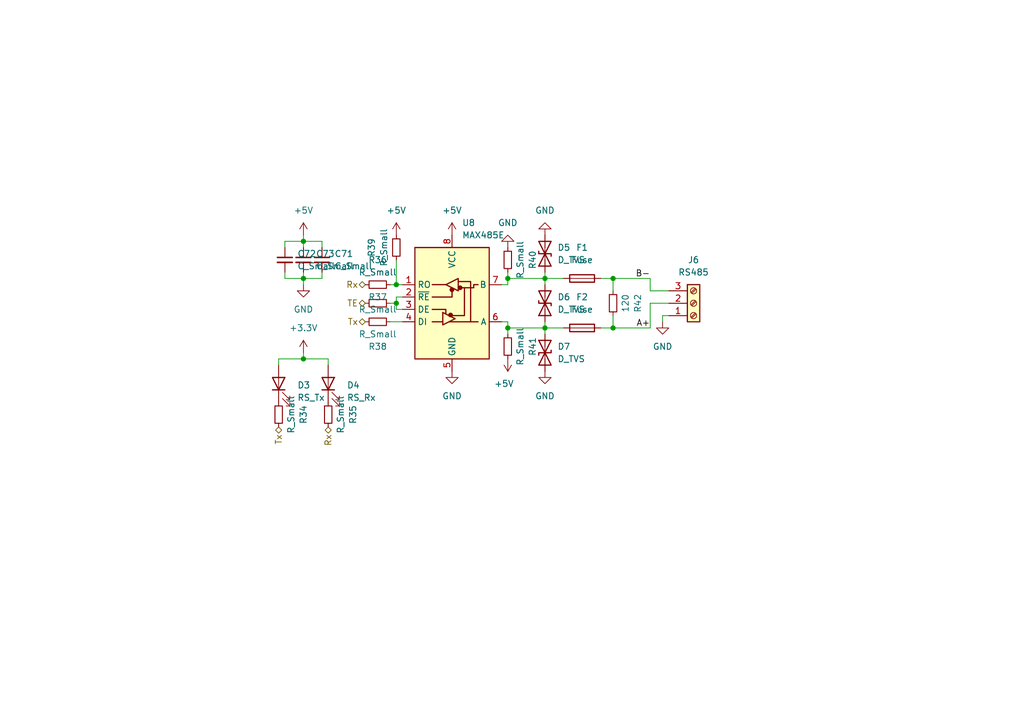
<source format=kicad_sch>
(kicad_sch (version 20230121) (generator eeschema)
  (paper "A5")
  (lib_symbols
    (symbol "Connector:Screw_Terminal_01x03" (pin_names (offset 1.016) hide)
      (property "Reference" "J" (at 0 5.08 0))
      (property "Value" "Screw_Terminal_01x03" (at 0 -5.08 0))
      (symbol "Screw_Terminal_01x03_1_1"
        (rectangle (start -1.27 3.81) (end 1.27 -3.81) (stroke (width 0.254)) (fill (type background)))
        (circle (center 0 -2.54) (radius 0.635) (stroke (width 0.1524)))
        (polyline (pts (xy -0.5334 -2.2098) (xy 0.3302 -3.048)) (stroke (width 0.1524)))
        (polyline (pts (xy -0.5334 0.3302) (xy 0.3302 -0.508)) (stroke (width 0.1524)))
        (polyline (pts (xy -0.5334 2.8702) (xy 0.3302 2.032)) (stroke (width 0.1524)))
        (polyline (pts (xy -0.3556 -2.032) (xy 0.508 -2.8702)) (stroke (width 0.1524)))
        (polyline (pts (xy -0.3556 0.508) (xy 0.508 -0.3302)) (stroke (width 0.1524)))
        (polyline (pts (xy -0.3556 3.048) (xy 0.508 2.2098)) (stroke (width 0.1524)))
        (circle (center 0 0) (radius 0.635) (stroke (width 0.1524)))
        (circle (center 0 2.54) (radius 0.635) (stroke (width 0.1524)))
        (pin passive line (at -5.08 2.54 0) (length 3.81) (name "Pin_1") (number "1"))
        (pin passive line (at -5.08 0 0) (length 3.81) (name "Pin_2") (number "2"))
        (pin passive line (at -5.08 -2.54 0) (length 3.81) (name "Pin_3") (number "3"))
      )
    )
    (symbol "Device:C_Small" (pin_numbers hide) (pin_names (offset 0.254) hide)
      (property "Reference" "C" (at 0.254 1.778 0))
      (property "Value" "C_Small" (at 0.254 -2.032 0))
      (symbol "C_Small_0_1"
        (polyline (pts (xy -1.524 -0.508) (xy 1.524 -0.508)) (stroke (width 0.3302)))
        (polyline (pts (xy -1.524 0.508) (xy 1.524 0.508)) (stroke (width 0.3048)))
      )
      (symbol "C_Small_1_1"
        (pin passive line (at 0 2.54 270) (length 2.032) (name "~") (number "1"))
        (pin passive line (at 0 -2.54 90) (length 2.032) (name "~") (number "2"))
      )
    )
    (symbol "Device:D_TVS" (pin_numbers hide) (pin_names (offset 1.016) hide)
      (property "Reference" "D" (at 0 2.54 0))
      (property "Value" "D_TVS" (at 0 -2.54 0))
      (symbol "D_TVS_0_1"
        (polyline (pts (xy 1.27 0) (xy -1.27 0)))
        (polyline (pts (xy 0.508 1.27) (xy 0 1.27) (xy 0 -1.27) (xy -0.508 -1.27)) (stroke (width 0.254)))
        (polyline (pts (xy -2.54 1.27) (xy -2.54 -1.27) (xy 2.54 1.27) (xy 2.54 -1.27) (xy -2.54 1.27)) (stroke (width 0.254)))
      )
      (symbol "D_TVS_1_1"
        (pin passive line (at -3.81 0 0) (length 2.54) (name "A1") (number "1"))
        (pin passive line (at 3.81 0 180) (length 2.54) (name "A2") (number "2"))
      )
    )
    (symbol "Device:Fuse" (pin_numbers hide) (pin_names (offset 0))
      (property "Reference" "F" (at 2.032 0 90))
      (property "Value" "Fuse" (at -1.905 0 90))
      (symbol "Fuse_0_1"
        (rectangle (start -0.762 -2.54) (end 0.762 2.54) (stroke (width 0.254)))
        (polyline (pts (xy 0 2.54) (xy 0 -2.54)))
      )
      (symbol "Fuse_1_1"
        (pin passive line (at 0 3.81 270) (length 1.27) (name "~") (number "1"))
        (pin passive line (at 0 -3.81 90) (length 1.27) (name "~") (number "2"))
      )
    )
    (symbol "Device:LED" (pin_numbers hide) (pin_names (offset 1.016) hide)
      (property "Reference" "D" (at 0 2.54 0))
      (property "Value" "LED" (at 0 -2.54 0))
      (symbol "LED_0_1"
        (polyline (pts (xy -1.27 -1.27) (xy -1.27 1.27)) (stroke (width 0.254)))
        (polyline (pts (xy -1.27 0) (xy 1.27 0)))
        (polyline (pts (xy 1.27 -1.27) (xy 1.27 1.27) (xy -1.27 0) (xy 1.27 -1.27)) (stroke (width 0.254)))
        (polyline (pts (xy -3.048 -0.762) (xy -4.572 -2.286) (xy -3.81 -2.286) (xy -4.572 -2.286) (xy -4.572 -1.524)))
        (polyline (pts (xy -1.778 -0.762) (xy -3.302 -2.286) (xy -2.54 -2.286) (xy -3.302 -2.286) (xy -3.302 -1.524)))
      )
      (symbol "LED_1_1"
        (pin passive line (at -3.81 0 0) (length 2.54) (name "K") (number "1"))
        (pin passive line (at 3.81 0 180) (length 2.54) (name "A") (number "2"))
      )
    )
    (symbol "Device:R_Small" (pin_numbers hide) (pin_names (offset 0.254) hide)
      (property "Reference" "R" (at 0.762 0.508 0))
      (property "Value" "R_Small" (at 0.762 -1.016 0))
      (symbol "R_Small_0_1"
        (rectangle (start -0.762 1.778) (end 0.762 -1.778) (stroke (width 0.2032)))
      )
      (symbol "R_Small_1_1"
        (pin passive line (at 0 2.54 270) (length 0.762) (name "~") (number "1"))
        (pin passive line (at 0 -2.54 90) (length 0.762) (name "~") (number "2"))
      )
    )
    (symbol "Interface_UART:MAX485E"
      (property "Reference" "U" (at -6.096 11.43 0))
      (property "Value" "MAX485E" (at 0.762 11.43 0))
      (symbol "MAX485E_0_1"
        (rectangle (start -7.62 10.16) (end 7.62 -12.7) (stroke (width 0.254)) (fill (type background)))
        (circle (center -0.3048 -3.683) (radius 0.3556) (stroke (width 0.254)) (fill (type outline)))
        (circle (center -0.0254 1.4986) (radius 0.3556) (stroke (width 0.254)) (fill (type outline)))
        (polyline (pts (xy -4.064 -5.08) (xy -1.905 -5.08)) (stroke (width 0.254)))
        (polyline (pts (xy -4.064 2.54) (xy -1.27 2.54)) (stroke (width 0.254)))
        (polyline (pts (xy -1.27 -3.2004) (xy -1.27 -3.4544)) (stroke (width 0.254)))
        (polyline (pts (xy -0.635 -5.08) (xy 5.334 -5.08)) (stroke (width 0.254)))
        (polyline (pts (xy -4.064 -2.54) (xy -1.27 -2.54) (xy -1.27 -3.175)) (stroke (width 0.254)))
        (polyline (pts (xy 0 1.27) (xy 0 0) (xy -4.064 0)) (stroke (width 0.254)))
        (polyline (pts (xy 1.27 3.175) (xy 3.81 3.175) (xy 3.81 -5.08)) (stroke (width 0.254)))
        (polyline (pts (xy 2.54 1.905) (xy 2.54 -3.81) (xy 0 -3.81)) (stroke (width 0.254)))
        (polyline (pts (xy -1.905 -3.175) (xy -1.905 -5.715) (xy 0.635 -4.445) (xy -1.905 -3.175)) (stroke (width 0.254)))
        (polyline (pts (xy -1.27 2.54) (xy 1.27 3.81) (xy 1.27 1.27) (xy -1.27 2.54)) (stroke (width 0.254)))
        (polyline (pts (xy 1.905 1.905) (xy 4.445 1.905) (xy 4.445 2.54) (xy 5.334 2.54)) (stroke (width 0.254)))
        (rectangle (start 1.27 3.175) (end 1.27 3.175))
        (circle (center 1.651 1.905) (radius 0.3556) (stroke (width 0.254)) (fill (type outline)))
      )
      (symbol "MAX485E_1_1"
        (pin output line (at -10.16 2.54 0) (length 2.54) (name "RO") (number "1"))
        (pin input line (at -10.16 0 0) (length 2.54) (name "~{RE}") (number "2"))
        (pin input line (at -10.16 -2.54 0) (length 2.54) (name "DE") (number "3"))
        (pin input line (at -10.16 -5.08 0) (length 2.54) (name "DI") (number "4"))
        (pin power_in line (at 0 -15.24 90) (length 2.54) (name "GND") (number "5"))
        (pin bidirectional line (at 10.16 -5.08 180) (length 2.54) (name "A") (number "6"))
        (pin bidirectional line (at 10.16 2.54 180) (length 2.54) (name "B") (number "7"))
        (pin power_in line (at 0 12.7 270) (length 2.54) (name "VCC") (number "8"))
      )
    )
    (symbol "power:+3.3V" (power) (pin_names (offset 0))
      (property "Value" "+3.3V" (at 0 3.556 0))
      (symbol "+3.3V_0_1"
        (polyline (pts (xy -0.762 1.27) (xy 0 2.54)))
        (polyline (pts (xy 0 0) (xy 0 2.54)))
        (polyline (pts (xy 0 2.54) (xy 0.762 1.27)))
      )
      (symbol "+3.3V_1_1"
        (pin power_in line (at 0 0 90) (length 0) hide (name "+3.3V") (number "1"))
      )
    )
    (symbol "power:+5V" (power) (pin_names (offset 0))
      (property "Value" "+5V" (at 0 3.556 0))
      (symbol "+5V_0_1"
        (polyline (pts (xy -0.762 1.27) (xy 0 2.54)))
        (polyline (pts (xy 0 0) (xy 0 2.54)))
        (polyline (pts (xy 0 2.54) (xy 0.762 1.27)))
      )
      (symbol "+5V_1_1"
        (pin power_in line (at 0 0 90) (length 0) hide (name "+5V") (number "1"))
      )
    )
    (symbol "power:GND" (power) (pin_names (offset 0))
      (property "Value" "GND" (at 0 -3.81 0))
      (symbol "GND_0_1"
        (polyline (pts (xy 0 0) (xy 0 -1.27) (xy 1.27 -1.27) (xy 0 -2.54) (xy -1.27 -1.27) (xy 0 -1.27)))
      )
      (symbol "GND_1_1"
        (pin power_in line (at 0 0 270) (length 0) hide (name "GND") (number "1"))
      )
    )
  )
  (junction (at 104.14 57.15))
  (junction (at 62.23 49.53))
  (junction (at 125.73 67.31))
  (junction (at 111.76 57.15))
  (junction (at 125.73 57.15))
  (junction (at 62.23 57.15))
  (junction (at 81.28 58.42))
  (junction (at 81.28 62.23))
  (junction (at 62.23 73.66))
  (junction (at 104.14 67.31))
  (junction (at 111.76 67.31))
  (wire (pts (xy 62.23 57.15) (xy 66.04 57.15)))
  (wire (pts (xy 62.23 57.15) (xy 62.23 58.42)))
  (wire (pts (xy 57.15 73.66) (xy 57.15 74.93)))
  (wire (pts (xy 62.23 55.88) (xy 62.23 57.15)))
  (wire (pts (xy 58.42 57.15) (xy 62.23 57.15)))
  (wire (pts (xy 111.76 57.15) (xy 115.57 57.15)))
  (wire (pts (xy 125.73 67.31) (xy 123.19 67.31)))
  (wire (pts (xy 62.23 72.39) (xy 62.23 73.66)))
  (wire (pts (xy 111.76 67.31) (xy 111.76 66.04)))
  (wire (pts (xy 81.28 63.5) (xy 82.55 63.5)))
  (wire (pts (xy 62.23 73.66) (xy 57.15 73.66)))
  (wire (pts (xy 62.23 49.53) (xy 62.23 50.8)))
  (wire (pts (xy 67.31 74.93) (xy 67.31 73.66)))
  (wire (pts (xy 104.14 58.42) (xy 104.14 57.15)))
  (wire (pts (xy 125.73 59.69) (xy 125.73 57.15)))
  (wire (pts (xy 67.31 73.66) (xy 62.23 73.66)))
  (wire (pts (xy 133.35 59.69) (xy 133.35 57.15)))
  (wire (pts (xy 111.76 67.31) (xy 115.57 67.31)))
  (wire (pts (xy 82.55 60.96) (xy 81.28 60.96)))
  (wire (pts (xy 123.19 57.15) (xy 125.73 57.15)))
  (wire (pts (xy 102.87 66.04) (xy 104.14 66.04)))
  (wire (pts (xy 104.14 66.04) (xy 104.14 67.31)))
  (wire (pts (xy 62.23 49.53) (xy 66.04 49.53)))
  (wire (pts (xy 111.76 55.88) (xy 111.76 57.15)))
  (wire (pts (xy 135.89 64.77) (xy 137.16 64.77)))
  (wire (pts (xy 58.42 49.53) (xy 62.23 49.53)))
  (wire (pts (xy 133.35 62.23) (xy 133.35 67.31)))
  (wire (pts (xy 111.76 67.31) (xy 111.76 68.58)))
  (wire (pts (xy 81.28 62.23) (xy 81.28 63.5)))
  (wire (pts (xy 104.14 57.15) (xy 111.76 57.15)))
  (wire (pts (xy 62.23 48.26) (xy 62.23 49.53)))
  (wire (pts (xy 133.35 62.23) (xy 137.16 62.23)))
  (wire (pts (xy 104.14 67.31) (xy 104.14 68.58)))
  (wire (pts (xy 135.89 66.04) (xy 135.89 64.77)))
  (wire (pts (xy 111.76 57.15) (xy 111.76 58.42)))
  (wire (pts (xy 104.14 67.31) (xy 111.76 67.31)))
  (wire (pts (xy 58.42 50.8) (xy 58.42 49.53)))
  (wire (pts (xy 66.04 49.53) (xy 66.04 50.8)))
  (wire (pts (xy 66.04 57.15) (xy 66.04 55.88)))
  (wire (pts (xy 80.01 66.04) (xy 82.55 66.04)))
  (wire (pts (xy 125.73 64.77) (xy 125.73 67.31)))
  (wire (pts (xy 133.35 59.69) (xy 137.16 59.69)))
  (wire (pts (xy 81.28 53.34) (xy 81.28 58.42)))
  (wire (pts (xy 58.42 55.88) (xy 58.42 57.15)))
  (wire (pts (xy 102.87 58.42) (xy 104.14 58.42)))
  (wire (pts (xy 133.35 67.31) (xy 125.73 67.31)))
  (wire (pts (xy 133.35 57.15) (xy 125.73 57.15)))
  (wire (pts (xy 80.01 58.42) (xy 81.28 58.42)))
  (wire (pts (xy 81.28 60.96) (xy 81.28 62.23)))
  (wire (pts (xy 80.01 62.23) (xy 81.28 62.23)))
  (wire (pts (xy 104.14 55.88) (xy 104.14 57.15)))
  (wire (pts (xy 81.28 58.42) (xy 82.55 58.42)))
  (label "A+" (at 133.35 67.31 180))
  (label "B-" (at 133.35 57.15 180))
  (hierarchical_label "Tx" (shape bidirectional) (at 57.15 87.63 270))
  (hierarchical_label "Rx" (shape bidirectional) (at 74.93 58.42 180))
  (hierarchical_label "Rx" (shape bidirectional) (at 67.31 87.63 270))
  (hierarchical_label "TE" (shape bidirectional) (at 74.93 62.23 180))
  (hierarchical_label "Tx" (shape bidirectional) (at 74.93 66.04 180))
  (symbol (lib_id "Device:C_Small") (at 62.23 53.34 0) (unit 1)
    (property "Reference" "C73" (at 64.77 52.0762 0) (effects (justify left)))
    (property "Value" "C_Small" (at 64.77 54.6162 0) (effects (justify left)))
    (property "Footprint" "Capacitor_SMD:C_1206_3216Metric" (effects hide))
  )
  (symbol (lib_id "Device:R_Small") (at 125.73 62.23 180) (unit 1)
    (property "Reference" "R42" (at 130.81 62.23 90))
    (property "Value" "120" (at 128.27 62.23 90))
    (property "Footprint" "Resistor_SMD:R_0805_2012Metric" (effects hide))
  )
  (symbol (lib_id "Interface_UART:MAX485E") (at 92.71 60.96 0) (unit 1)
    (property "Reference" "U8" (at 94.7294 45.72 0) (effects (justify left)))
    (property "Value" "MAX485E" (at 94.7294 48.26 0) (effects (justify left)))
    (property "Footprint" "Package_SO:SOIC-8_3.9x4.9mm_P1.27mm" (effects hide))
    (property "Datasheet" "https://datasheets.maximintegrated.com/en/ds/MAX1487E-MAX491E.pdf" (effects hide))
  )
  (symbol (lib_id "power:+5V") (at 62.23 48.26 0) (unit 1)
    (property "Reference" "#PWR0187" (effects hide))
    (property "Value" "+5V" (at 62.23 43.18 0))
  )
  (symbol (lib_id "Device:Fuse") (at 119.38 57.15 90) (unit 1)
    (property "Reference" "F1" (at 119.38 50.8 90))
    (property "Value" "Fuse" (at 119.38 53.34 90))
    (property "Footprint" "Fuse:Fuse_1812_4532Metric" (effects hide))
  )
  (symbol (lib_id "Device:R_Small") (at 104.14 53.34 180) (unit 1)
    (property "Reference" "R40" (at 109.22 53.34 90))
    (property "Value" "R_Small" (at 106.68 53.34 90))
    (property "Footprint" "Resistor_SMD:R_0603_1608Metric" (effects hide))
  )
  (symbol (lib_id "power:GND") (at 111.76 48.26 180) (unit 1)
    (property "Reference" "#PWR0191" (effects hide))
    (property "Value" "GND" (at 111.76 43.18 0))
  )
  (symbol (lib_id "Device:R_Small") (at 104.14 71.12 180) (unit 1)
    (property "Reference" "R41" (at 109.22 71.12 90))
    (property "Value" "R_Small" (at 106.68 71.12 90))
    (property "Footprint" "Resistor_SMD:R_0603_1608Metric" (effects hide))
  )
  (symbol (lib_id "Device:R_Small") (at 77.47 66.04 90) (unit 1)
    (property "Reference" "R38" (at 77.47 71.12 90))
    (property "Value" "R_Small" (at 77.47 68.58 90))
    (property "Footprint" "Resistor_SMD:R_0603_1608Metric" (effects hide))
  )
  (symbol (lib_id "power:GND") (at 111.76 76.2 0) (unit 1)
    (property "Reference" "#PWR0192" (effects hide))
    (property "Value" "GND" (at 111.76 81.28 0))
  )
  (symbol (lib_id "Device:R_Small") (at 67.31 85.09 180) (unit 1)
    (property "Reference" "R35" (at 72.39 85.09 90))
    (property "Value" "R_Small" (at 69.85 85.09 90))
    (property "Footprint" "Resistor_SMD:R_0603_1608Metric" (effects hide))
  )
  (symbol (lib_id "Device:D_TVS") (at 111.76 52.07 90) (unit 1)
    (property "Reference" "D5" (at 114.3 50.7999 90) (effects (justify right)))
    (property "Value" "D_TVS" (at 114.3 53.3399 90) (effects (justify right)))
    (property "Footprint" "Diode_SMD:D_SMA" (effects hide))
  )
  (symbol (lib_id "Device:D_TVS") (at 111.76 72.39 90) (mirror x) (unit 1)
    (property "Reference" "D7" (at 114.3 71.1199 90) (effects (justify right)))
    (property "Value" "D_TVS" (at 114.3 73.6599 90) (effects (justify right)))
    (property "Footprint" "Diode_SMD:D_SMA" (effects hide))
  )
  (symbol (lib_id "Device:R_Small") (at 77.47 58.42 90) (unit 1)
    (property "Reference" "R36" (at 77.47 53.34 90))
    (property "Value" "R_Small" (at 77.47 55.88 90))
    (property "Footprint" "Resistor_SMD:R_0603_1608Metric" (effects hide))
  )
  (symbol (lib_id "power:GND") (at 92.71 76.2 0) (unit 1)
    (property "Reference" "#PWR0186" (effects hide))
    (property "Value" "GND" (at 92.71 81.28 0))
  )
  (symbol (lib_id "power:+3.3V") (at 62.23 72.39 0) (unit 1)
    (property "Reference" "#PWR0189" (effects hide))
    (property "Value" "+3.3V" (at 62.23 67.31 0))
  )
  (symbol (lib_id "power:+5V") (at 104.14 73.66 0) (mirror x) (unit 1)
    (property "Reference" "#PWR0222" (effects hide))
    (property "Value" "+5V" (at 105.41 78.74 0) (effects (justify right)))
  )
  (symbol (lib_id "Device:R_Small") (at 81.28 50.8 180) (unit 1)
    (property "Reference" "R39" (at 76.2 50.8 90))
    (property "Value" "R_Small" (at 78.74 50.8 90))
    (property "Footprint" "Resistor_SMD:R_0603_1608Metric" (effects hide))
  )
  (symbol (lib_id "Device:C_Small") (at 66.04 53.34 0) (unit 1)
    (property "Reference" "C71" (at 68.58 52.0762 0) (effects (justify left)))
    (property "Value" "C_Small" (at 68.58 54.6162 0) (effects (justify left)))
    (property "Footprint" "Capacitor_SMD:C_0603_1608Metric" (effects hide))
  )
  (symbol (lib_id "power:GND") (at 104.14 50.8 180) (unit 1)
    (property "Reference" "#PWR0190" (effects hide))
    (property "Value" "GND" (at 104.14 45.72 0))
  )
  (symbol (lib_id "Device:D_TVS") (at 111.76 62.23 90) (unit 1)
    (property "Reference" "D6" (at 114.3 60.9599 90) (effects (justify right)))
    (property "Value" "D_TVS" (at 114.3 63.4999 90) (effects (justify right)))
    (property "Footprint" "Diode_SMD:D_SMA" (effects hide))
  )
  (symbol (lib_id "Device:Fuse") (at 119.38 67.31 90) (unit 1)
    (property "Reference" "F2" (at 119.38 60.96 90))
    (property "Value" "Fuse" (at 119.38 63.5 90))
    (property "Footprint" "Fuse:Fuse_1812_4532Metric" (effects hide))
  )
  (symbol (lib_id "Device:R_Small") (at 77.47 62.23 90) (unit 1)
    (property "Reference" "R37" (at 77.47 60.96 90))
    (property "Value" "R_Small" (at 77.47 63.5 90))
    (property "Footprint" "Resistor_SMD:R_0603_1608Metric" (effects hide))
  )
  (symbol (lib_id "power:GND") (at 62.23 58.42 0) (unit 1)
    (property "Reference" "#PWR023" (effects hide))
    (property "Value" "GND" (at 62.23 63.5 0))
  )
  (symbol (lib_id "power:+5V") (at 81.28 48.26 0) (unit 1)
    (property "Reference" "#PWR0188" (effects hide))
    (property "Value" "+5V" (at 81.28 43.18 0))
  )
  (symbol (lib_id "Device:LED") (at 67.31 78.74 90) (unit 1)
    (property "Reference" "D4" (at 71.12 79.0574 90) (effects (justify right)))
    (property "Value" "RS_Rx" (at 71.12 81.5974 90) (effects (justify right)))
    (property "Footprint" "LED_SMD:LED_0603_1608Metric" (effects hide))
  )
  (symbol (lib_id "Device:C_Small") (at 58.42 53.34 0) (unit 1)
    (property "Reference" "C72" (at 60.96 52.0762 0) (effects (justify left)))
    (property "Value" "C_Small" (at 60.96 54.6162 0) (effects (justify left)))
    (property "Footprint" "Capacitor_SMD:C_0603_1608Metric" (effects hide))
  )
  (symbol (lib_id "Device:R_Small") (at 57.15 85.09 180) (unit 1)
    (property "Reference" "R34" (at 62.23 85.09 90))
    (property "Value" "R_Small" (at 59.69 85.09 90))
    (property "Footprint" "Resistor_SMD:R_0603_1608Metric" (effects hide))
  )
  (symbol (lib_id "Device:LED") (at 57.15 78.74 90) (unit 1)
    (property "Reference" "D3" (at 60.96 79.0574 90) (effects (justify right)))
    (property "Value" "RS_Tx" (at 60.96 81.5974 90) (effects (justify right)))
    (property "Footprint" "LED_SMD:LED_0603_1608Metric" (effects hide))
  )
  (symbol (lib_id "Connector:Screw_Terminal_01x03") (at 142.24 62.23 0) (mirror x) (unit 1)
    (property "Reference" "J6" (at 142.24 53.34 0))
    (property "Value" "RS485" (at 142.24 55.88 0))
    (property "Footprint" "TerminalBlock_Phoenix:TerminalBlock_Phoenix_MKDS-1,5-3-5.08_1x03_P5.08mm_Horizontal" (effects hide))
  )
  (symbol (lib_id "power:+5V") (at 92.71 48.26 0) (unit 1)
    (property "Reference" "#PWR0193" (effects hide))
    (property "Value" "+5V" (at 92.71 43.18 0))
  )
  (symbol (lib_id "power:GND") (at 135.89 66.04 0) (unit 1)
    (property "Reference" "#PWR0220" (effects hide))
    (property "Value" "GND" (at 135.89 71.12 0))
  )
)
</source>
